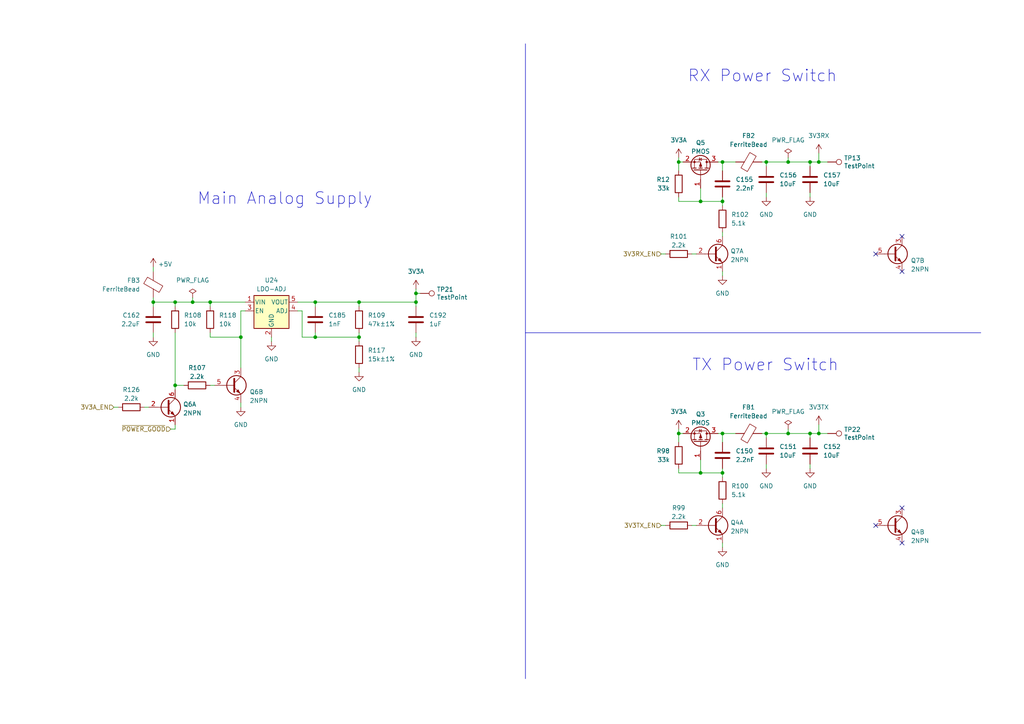
<source format=kicad_sch>
(kicad_sch (version 20230121) (generator eeschema)
  (paper "A4")
  (title_block (title "${TITLE}") (date "${DATE}") (rev "${VERSION}") (company "${COPYRIGHT}") (comment 1 "${LICENSE}"))
  (lib_symbols
    (symbol "Connector:TestPoint" (pin_numbers hide) (pin_names (offset 0.762) hide)
      (property "Reference" "TP" (at 0 6.858 0))
      (property "Value" "TestPoint" (at 0 5.08 0))
      (symbol "TestPoint_0_1"
        (circle (center 0 3.302) (radius 0.762))
      )
      (symbol "TestPoint_1_1"
        (pin passive line (at 0 0 90) (length 2.54) (name "1") (number "1"))
      )
    )
    (symbol "Device:C" (pin_numbers hide) (pin_names (offset 0.254))
      (property "Reference" "C" (at 0.635 2.54 0))
      (property "Value" "C" (at 0.635 -2.54 0))
      (symbol "C_0_1"
        (polyline (pts (xy -2.032 -0.762) (xy 2.032 -0.762)) (stroke (width 0.508)))
        (polyline (pts (xy -2.032 0.762) (xy 2.032 0.762)) (stroke (width 0.508)))
      )
      (symbol "C_1_1"
        (pin passive line (at 0 3.81 270) (length 2.794) (name "~") (number "1"))
        (pin passive line (at 0 -3.81 90) (length 2.794) (name "~") (number "2"))
      )
    )
    (symbol "Device:FerriteBead" (pin_numbers hide) (pin_names (offset 0))
      (property "Reference" "FB" (at -3.81 0.635 90))
      (property "Value" "FerriteBead" (at 3.81 0 90))
      (symbol "FerriteBead_0_1"
        (polyline (pts (xy 0 -1.27) (xy 0 -1.2192)))
        (polyline (pts (xy 0 1.27) (xy 0 1.2954)))
        (polyline (pts (xy -2.7686 0.4064) (xy -1.7018 2.2606) (xy 2.7686 -0.3048) (xy 1.6764 -2.159) (xy -2.7686 0.4064)))
      )
      (symbol "FerriteBead_1_1"
        (pin passive line (at 0 3.81 270) (length 2.54) (name "~") (number "1"))
        (pin passive line (at 0 -3.81 90) (length 2.54) (name "~") (number "2"))
      )
    )
    (symbol "Device:Q_PMOS_GSD" (pin_names (offset 0) hide)
      (property "Reference" "Q" (at 5.08 1.27 0))
      (property "Value" "Q_PMOS_GSD" (at 5.08 -1.27 0))
      (symbol "Q_PMOS_GSD_0_1"
        (polyline (pts (xy 0.254 0) (xy -2.54 0)))
        (polyline (pts (xy 0.254 1.905) (xy 0.254 -1.905)) (stroke (width 0.254)))
        (polyline (pts (xy 0.762 -1.27) (xy 0.762 -2.286)) (stroke (width 0.254)))
        (polyline (pts (xy 0.762 0.508) (xy 0.762 -0.508)) (stroke (width 0.254)))
        (polyline (pts (xy 0.762 2.286) (xy 0.762 1.27)) (stroke (width 0.254)))
        (polyline (pts (xy 2.54 2.54) (xy 2.54 1.778)))
        (polyline (pts (xy 2.54 -2.54) (xy 2.54 0) (xy 0.762 0)))
        (polyline (pts (xy 0.762 1.778) (xy 3.302 1.778) (xy 3.302 -1.778) (xy 0.762 -1.778)))
        (polyline (pts (xy 2.286 0) (xy 1.27 0.381) (xy 1.27 -0.381) (xy 2.286 0)) (fill (type outline)))
        (polyline (pts (xy 2.794 -0.508) (xy 2.921 -0.381) (xy 3.683 -0.381) (xy 3.81 -0.254)))
        (polyline (pts (xy 3.302 -0.381) (xy 2.921 0.254) (xy 3.683 0.254) (xy 3.302 -0.381)))
        (circle (center 1.651 0) (radius 2.794) (stroke (width 0.254)))
        (circle (center 2.54 -1.778) (radius 0.254) (fill (type outline)))
        (circle (center 2.54 1.778) (radius 0.254) (fill (type outline)))
      )
      (symbol "Q_PMOS_GSD_1_1"
        (pin input line (at -5.08 0 0) (length 2.54) (name "G") (number "1"))
        (pin passive line (at 2.54 -5.08 90) (length 2.54) (name "S") (number "2"))
        (pin passive line (at 2.54 5.08 270) (length 2.54) (name "D") (number "3"))
      )
    )
    (symbol "Device:R" (pin_numbers hide) (pin_names (offset 0))
      (property "Reference" "R" (at 2.032 0 90))
      (property "Value" "R" (at 0 0 90))
      (symbol "R_0_1"
        (rectangle (start -1.016 -2.54) (end 1.016 2.54) (stroke (width 0.254)))
      )
      (symbol "R_1_1"
        (pin passive line (at 0 3.81 270) (length 1.27) (name "~") (number "1"))
        (pin passive line (at 0 -3.81 90) (length 1.27) (name "~") (number "2"))
      )
    )
    (symbol "GND_2" (power) (pin_names (offset 0))
      (property "Value" "GND_2" (at 0 -3.81 0))
      (symbol "GND_2_0_1"
        (polyline (pts (xy 0 0) (xy 0 -1.27) (xy 1.27 -1.27) (xy 0 -2.54) (xy -1.27 -1.27) (xy 0 -1.27)))
      )
      (symbol "GND_2_1_1"
        (pin power_in line (at 0 0 270) (length 0) hide (name "GND") (number "1"))
      )
    )
    (symbol "Regulator_Linear:AP2127K-ADJ" (pin_names (offset 0.254))
      (property "Reference" "U" (at -5.08 5.715 0))
      (property "Value" "AP2127K-ADJ" (at 0 5.715 0))
      (symbol "AP2127K-ADJ_0_1"
        (rectangle (start -5.08 4.445) (end 5.08 -5.08) (stroke (width 0.254)) (fill (type background)))
      )
      (symbol "AP2127K-ADJ_1_1"
        (pin power_in line (at -7.62 2.54 0) (length 2.54) (name "VIN") (number "1"))
        (pin power_in line (at 0 -7.62 90) (length 2.54) (name "GND") (number "2"))
        (pin input line (at -7.62 0 0) (length 2.54) (name "EN") (number "3"))
        (pin input line (at 7.62 0 180) (length 2.54) (name "ADJ") (number "4"))
        (pin power_out line (at 7.62 2.54 180) (length 2.54) (name "VOUT") (number "5"))
      )
    )
    (symbol "Transistor_BJT:BC847BS" (pin_names (offset 0) hide)
      (property "Reference" "Q" (at 5.08 1.27 0))
      (property "Value" "BC847BS" (at 5.08 -1.27 0))
      (symbol "BC847BS_0_1"
        (polyline (pts (xy 0.635 0) (xy -2.54 0)))
        (polyline (pts (xy 0.635 0.635) (xy 2.54 2.54)))
        (polyline (pts (xy 0.635 -0.635) (xy 2.54 -2.54) (xy 2.54 -2.54)))
        (polyline (pts (xy 0.635 1.905) (xy 0.635 -1.905) (xy 0.635 -1.905)) (stroke (width 0.508)))
        (polyline (pts (xy 1.27 -1.778) (xy 1.778 -1.27) (xy 2.286 -2.286) (xy 1.27 -1.778) (xy 1.27 -1.778)) (fill (type outline)))
        (circle (center 1.27 0) (radius 2.8194) (stroke (width 0.254)))
      )
      (symbol "BC847BS_1_1"
        (pin passive line (at 2.54 -5.08 90) (length 2.54) (name "E1") (number "1"))
        (pin input line (at -5.08 0 0) (length 2.54) (name "B1") (number "2"))
        (pin passive line (at 2.54 5.08 270) (length 2.54) (name "C1") (number "6"))
      )
      (symbol "BC847BS_2_1"
        (pin passive line (at 2.54 5.08 270) (length 2.54) (name "C2") (number "3"))
        (pin passive line (at 2.54 -5.08 90) (length 2.54) (name "E2") (number "4"))
        (pin input line (at -5.08 0 0) (length 2.54) (name "B2") (number "5"))
      )
    )
    (symbol "power:+5V" (power) (pin_names (offset 0))
      (property "Value" "+5V" (at 0 3.556 0))
      (symbol "+5V_0_1"
        (polyline (pts (xy -0.762 1.27) (xy 0 2.54)))
        (polyline (pts (xy 0 0) (xy 0 2.54)))
        (polyline (pts (xy 0 2.54) (xy 0.762 1.27)))
      )
      (symbol "+5V_1_1"
        (pin power_in line (at 0 0 90) (length 0) hide (name "+5V") (number "1"))
      )
    )
    (symbol "power:GND" (power) (pin_names (offset 0))
      (property "Value" "GND" (at 0 -3.81 0))
      (symbol "GND_0_1"
        (polyline (pts (xy 0 0) (xy 0 -1.27) (xy 1.27 -1.27) (xy 0 -2.54) (xy -1.27 -1.27) (xy 0 -1.27)))
      )
      (symbol "GND_1_1"
        (pin power_in line (at 0 0 270) (length 0) hide (name "GND") (number "1"))
      )
    )
    (symbol "power:PWR_FLAG" (power) (pin_numbers hide) (pin_names (offset 0) hide)
      (property "Value" "PWR_FLAG" (at 0 3.81 0))
      (symbol "PWR_FLAG_0_0"
        (pin power_out line (at 0 0 90) (length 0) (name "pwr") (number "1"))
      )
      (symbol "PWR_FLAG_0_1"
        (polyline (pts (xy 0 0) (xy 0 1.27) (xy -1.016 1.905) (xy 0 2.54) (xy 1.016 1.905) (xy 0 1.27)))
      )
    )
    (symbol "support_hardware:3V3A" (power) (pin_names (offset 0))
      (property "Value" "3V3A" (at 0 3.81 0))
      (symbol "3V3A_0_1"
        (polyline (pts (xy -0.762 1.27) (xy 0 2.54)))
        (polyline (pts (xy 0 0) (xy 0 2.54)))
        (polyline (pts (xy 0 2.54) (xy 0.762 1.27)))
      )
      (symbol "3V3A_1_1"
        (pin power_in line (at 0 0 90) (length 0) hide (name "3V3A") (number "1"))
      )
    )
    (symbol "support_hardware:3V3RX" (power) (pin_names (offset 0))
      (property "Value" "3V3RX" (at 0 3.81 0))
      (symbol "3V3RX_0_1"
        (polyline (pts (xy -0.762 1.27) (xy 0 2.54)))
        (polyline (pts (xy 0 0) (xy 0 2.54)))
        (polyline (pts (xy 0 2.54) (xy 0.762 1.27)))
      )
      (symbol "3V3RX_1_1"
        (pin power_in line (at 0 0 90) (length 0) hide (name "3V3RX") (number "1"))
      )
    )
    (symbol "support_hardware:3V3TX" (power) (pin_names (offset 0))
      (property "Value" "3V3TX" (at 0 3.81 0))
      (symbol "3V3TX_0_1"
        (polyline (pts (xy -0.762 1.27) (xy 0 2.54)))
        (polyline (pts (xy 0 0) (xy 0 2.54)))
        (polyline (pts (xy 0 2.54) (xy 0.762 1.27)))
      )
      (symbol "3V3TX_1_1"
        (pin power_in line (at 0 0 90) (length 0) hide (name "3V3TX") (number "1"))
      )
    )
  )
  (junction (at 222.25 46.99))
  (junction (at 104.14 97.79))
  (junction (at 50.8 87.63))
  (junction (at 91.44 87.63))
  (junction (at 228.6 125.73))
  (junction (at 120.65 87.63))
  (junction (at 209.55 137.16))
  (junction (at 91.44 97.79))
  (junction (at 237.49 125.73))
  (junction (at 50.8 111.76))
  (junction (at 203.2 58.42))
  (junction (at 69.85 97.79))
  (junction (at 234.95 46.99))
  (junction (at 228.6 46.99))
  (junction (at 120.65 85.09))
  (junction (at 222.25 125.73))
  (junction (at 196.85 125.73))
  (junction (at 209.55 58.42))
  (junction (at 196.85 46.99))
  (junction (at 60.96 87.63))
  (junction (at 104.14 87.63))
  (junction (at 55.88 87.63))
  (junction (at 209.55 46.99))
  (junction (at 44.45 87.63))
  (junction (at 237.49 46.99))
  (junction (at 234.95 125.73))
  (junction (at 203.2 137.16))
  (junction (at 209.55 125.73))
  (no_connect (at 261.62 78.74))
  (no_connect (at 261.62 157.48))
  (no_connect (at 254 73.66))
  (no_connect (at 261.62 147.32))
  (no_connect (at 261.62 68.58))
  (no_connect (at 254 152.4))
  (wire (pts (xy 91.44 87.63) (xy 91.44 88.9)))
  (wire (pts (xy 237.49 44.45) (xy 237.49 46.99)))
  (wire (pts (xy 234.95 134.62) (xy 234.95 135.89)))
  (wire (pts (xy 44.45 77.47) (xy 44.45 78.74)))
  (wire (pts (xy 209.55 67.31) (xy 209.55 68.58)))
  (wire (pts (xy 60.96 87.63) (xy 71.12 87.63)))
  (wire (pts (xy 198.12 125.73) (xy 196.85 125.73)))
  (wire (pts (xy 86.36 87.63) (xy 91.44 87.63)))
  (wire (pts (xy 209.55 137.16) (xy 209.55 135.89)))
  (wire (pts (xy 222.25 55.88) (xy 222.25 57.15)))
  (wire (pts (xy 50.8 111.76) (xy 53.34 111.76)))
  (wire (pts (xy 196.85 57.15) (xy 196.85 58.42)))
  (wire (pts (xy 196.85 135.89) (xy 196.85 137.16)))
  (wire (pts (xy 44.45 88.9) (xy 44.45 87.63)))
  (wire (pts (xy 237.49 46.99) (xy 240.03 46.99)))
  (wire (pts (xy 104.14 97.79) (xy 104.14 99.06)))
  (wire (pts (xy 220.98 125.73) (xy 222.25 125.73)))
  (wire (pts (xy 60.96 111.76) (xy 62.23 111.76)))
  (polyline (pts (xy 152.4 12.7) (xy 152.4 196.85)))
  (wire (pts (xy 69.85 116.84) (xy 69.85 118.11)))
  (wire (pts (xy 55.88 87.63) (xy 60.96 87.63)))
  (wire (pts (xy 200.66 73.66) (xy 201.93 73.66)))
  (wire (pts (xy 87.63 90.17) (xy 87.63 97.79)))
  (wire (pts (xy 50.8 96.52) (xy 50.8 111.76)))
  (wire (pts (xy 203.2 58.42) (xy 209.55 58.42)))
  (wire (pts (xy 237.49 125.73) (xy 240.03 125.73)))
  (wire (pts (xy 222.25 46.99) (xy 228.6 46.99)))
  (wire (pts (xy 196.85 124.46) (xy 196.85 125.73)))
  (wire (pts (xy 234.95 46.99) (xy 237.49 46.99)))
  (wire (pts (xy 49.53 124.46) (xy 50.8 124.46)))
  (wire (pts (xy 191.77 152.4) (xy 193.04 152.4)))
  (wire (pts (xy 196.85 125.73) (xy 196.85 128.27)))
  (wire (pts (xy 234.95 46.99) (xy 234.95 48.26)))
  (wire (pts (xy 44.45 96.52) (xy 44.45 97.79)))
  (wire (pts (xy 41.91 118.11) (xy 43.18 118.11)))
  (wire (pts (xy 222.25 46.99) (xy 222.25 48.26)))
  (wire (pts (xy 104.14 87.63) (xy 104.14 88.9)))
  (wire (pts (xy 44.45 86.36) (xy 44.45 87.63)))
  (wire (pts (xy 60.96 96.52) (xy 60.96 97.79)))
  (wire (pts (xy 209.55 58.42) (xy 209.55 59.69)))
  (wire (pts (xy 196.85 137.16) (xy 203.2 137.16)))
  (wire (pts (xy 69.85 90.17) (xy 69.85 97.79)))
  (wire (pts (xy 91.44 97.79) (xy 104.14 97.79)))
  (wire (pts (xy 203.2 133.35) (xy 203.2 137.16)))
  (wire (pts (xy 78.74 97.79) (xy 78.74 99.06)))
  (wire (pts (xy 220.98 46.99) (xy 222.25 46.99)))
  (wire (pts (xy 209.55 58.42) (xy 209.55 57.15)))
  (wire (pts (xy 209.55 49.53) (xy 209.55 46.99)))
  (wire (pts (xy 198.12 46.99) (xy 196.85 46.99)))
  (wire (pts (xy 237.49 123.19) (xy 237.49 125.73)))
  (wire (pts (xy 209.55 128.27) (xy 209.55 125.73)))
  (wire (pts (xy 104.14 106.68) (xy 104.14 107.95)))
  (wire (pts (xy 50.8 87.63) (xy 50.8 88.9)))
  (wire (pts (xy 234.95 125.73) (xy 234.95 127)))
  (wire (pts (xy 91.44 96.52) (xy 91.44 97.79)))
  (wire (pts (xy 200.66 152.4) (xy 201.93 152.4)))
  (wire (pts (xy 209.55 125.73) (xy 213.36 125.73)))
  (wire (pts (xy 55.88 86.36) (xy 55.88 87.63)))
  (wire (pts (xy 228.6 124.46) (xy 228.6 125.73)))
  (wire (pts (xy 209.55 137.16) (xy 209.55 138.43)))
  (wire (pts (xy 196.85 58.42) (xy 203.2 58.42)))
  (wire (pts (xy 120.65 85.09) (xy 120.65 87.63)))
  (wire (pts (xy 104.14 87.63) (xy 120.65 87.63)))
  (wire (pts (xy 209.55 157.48) (xy 209.55 158.75)))
  (wire (pts (xy 209.55 46.99) (xy 213.36 46.99)))
  (wire (pts (xy 50.8 123.19) (xy 50.8 124.46)))
  (wire (pts (xy 203.2 137.16) (xy 209.55 137.16)))
  (wire (pts (xy 60.96 87.63) (xy 60.96 88.9)))
  (wire (pts (xy 121.92 85.09) (xy 120.65 85.09)))
  (wire (pts (xy 120.65 83.82) (xy 120.65 85.09)))
  (wire (pts (xy 203.2 54.61) (xy 203.2 58.42)))
  (wire (pts (xy 50.8 111.76) (xy 50.8 113.03)))
  (wire (pts (xy 60.96 97.79) (xy 69.85 97.79)))
  (wire (pts (xy 228.6 125.73) (xy 234.95 125.73)))
  (polyline (pts (xy 152.4 96.52) (xy 284.48 96.52)))
  (wire (pts (xy 209.55 78.74) (xy 209.55 80.01)))
  (wire (pts (xy 209.55 146.05) (xy 209.55 147.32)))
  (wire (pts (xy 44.45 87.63) (xy 50.8 87.63)))
  (wire (pts (xy 209.55 125.73) (xy 208.28 125.73)))
  (wire (pts (xy 209.55 46.99) (xy 208.28 46.99)))
  (wire (pts (xy 196.85 45.72) (xy 196.85 46.99)))
  (wire (pts (xy 69.85 90.17) (xy 71.12 90.17)))
  (wire (pts (xy 228.6 45.72) (xy 228.6 46.99)))
  (wire (pts (xy 234.95 55.88) (xy 234.95 57.15)))
  (wire (pts (xy 234.95 125.73) (xy 237.49 125.73)))
  (wire (pts (xy 120.65 88.9) (xy 120.65 87.63)))
  (wire (pts (xy 222.25 125.73) (xy 222.25 127)))
  (wire (pts (xy 191.77 73.66) (xy 193.04 73.66)))
  (wire (pts (xy 50.8 87.63) (xy 55.88 87.63)))
  (wire (pts (xy 196.85 46.99) (xy 196.85 49.53)))
  (wire (pts (xy 69.85 97.79) (xy 69.85 106.68)))
  (wire (pts (xy 120.65 96.52) (xy 120.65 97.79)))
  (wire (pts (xy 87.63 97.79) (xy 91.44 97.79)))
  (wire (pts (xy 222.25 125.73) (xy 228.6 125.73)))
  (wire (pts (xy 104.14 97.79) (xy 104.14 96.52)))
  (wire (pts (xy 228.6 46.99) (xy 234.95 46.99)))
  (wire (pts (xy 222.25 134.62) (xy 222.25 135.89)))
  (wire (pts (xy 86.36 90.17) (xy 87.63 90.17)))
  (wire (pts (xy 91.44 87.63) (xy 104.14 87.63)))
  (wire (pts (xy 33.02 118.11) (xy 34.29 118.11)))
  (text "RX Power Switch" (at 199.39 24.13 0) (effects (font (size 3.4036 3.4036)) (justify left bottom)))
  (text "Main Analog Supply" (at 57.15 59.69 0) (effects (font (size 3.4036 3.4036)) (justify left bottom)))
  (text "TX Power Switch" (at 200.66 107.95 0) (effects (font (size 3.4036 3.4036)) (justify left bottom)))
  (hierarchical_label "3V3TX_EN" (shape input) (at 191.77 152.4 180))
  (hierarchical_label "3V3RX_EN" (shape input) (at 191.77 73.66 180))
  (hierarchical_label "3V3A_EN" (shape input) (at 33.02 118.11 180))
  (hierarchical_label "~{POWER_GOOD}" (shape input) (at 49.53 124.46 180))
  (symbol (lib_id "Device:C") (at 209.55 132.08 180) (unit 1)
    (property "Reference" "C150" (at 213.36 130.81 0) (effects (justify right)))
    (property "Value" "2.2nF" (at 213.36 133.35 0) (effects (justify right)))
    (property "Footprint" "Capacitor_SMD:C_0201_0603Metric" (effects hide))
    (property "Description" "CAP CER 2200PF 10V X7R 0201" (effects hide))
    (property "Manufacturer" "Murata" (effects hide))
    (property "Part Number" "GRM033R71A222KA01D" (effects hide))
    (property "Substitution" "GRM033R71A222KA01*" (effects hide))
  )
  (symbol (lib_id "Device:R") (at 209.55 142.24 0) (mirror y) (unit 1)
    (property "Reference" "R100" (at 212.09 140.97 0) (effects (justify right)))
    (property "Value" "5.1k" (at 212.09 143.51 0) (effects (justify right)))
    (property "Footprint" "Resistor_SMD:R_0402_1005Metric" (effects hide))
    (property "Part Number" "RC0402JR-075K1L" (effects hide))
    (property "Substitution" "any equivalent" (effects hide))
    (property "Description" "RES 5.1K OHM 5% 1/16W 0402" (effects hide))
    (property "Manufacturer" "Yageo" (effects hide))
  )
  (symbol (lib_id "power:GND") (at 78.74 99.06 0) (unit 1)
    (property "Reference" "#PWR0293" (effects hide))
    (property "Value" "GND" (at 78.74 104.14 0))
  )
  (symbol (lib_id "Device:R") (at 196.85 132.08 0) (unit 1)
    (property "Reference" "R98" (at 194.31 130.81 0) (effects (justify right)))
    (property "Value" "33k" (at 194.31 133.35 0) (effects (justify right)))
    (property "Footprint" "Resistor_SMD:R_0402_1005Metric" (effects hide))
    (property "Description" "RES SMD 33K OHM 5% 1/10W 0402" (effects hide))
    (property "Manufacturer" "Panasonic" (effects hide))
    (property "Part Number" "ERJ-2GEJ333X" (effects hide))
    (property "Substitution" "any equivalent" (effects hide))
  )
  (symbol (lib_id "support_hardware:3V3A") (at 120.65 83.82 0) (unit 1)
    (property "Reference" "#PWR0302" (effects hide))
    (property "Value" "3V3A" (at 120.65 78.74 0))
  )
  (symbol (lib_id "Device:R") (at 104.14 102.87 0) (unit 1)
    (property "Reference" "R117" (at 106.68 101.6 0) (effects (justify left)))
    (property "Value" "15k±1%" (at 106.68 104.14 0) (effects (justify left)))
    (property "Footprint" "Resistor_SMD:R_0402_1005Metric" (effects hide))
    (property "Part Number" "RC0402FR-0715KL" (effects hide))
    (property "Substitution" "any equivalent" (effects hide))
    (property "Description" "RES 15K OHM 1% 1/16W 0402" (effects hide))
    (property "Manufacturer" "Yageo" (effects hide))
  )
  (symbol (lib_id "Device:R") (at 196.85 53.34 0) (unit 1)
    (property "Reference" "R12" (at 194.31 52.07 0) (effects (justify right)))
    (property "Value" "33k" (at 194.31 54.61 0) (effects (justify right)))
    (property "Footprint" "Resistor_SMD:R_0402_1005Metric" (effects hide))
    (property "Description" "RES SMD 33K OHM 5% 1/10W 0402" (effects hide))
    (property "Manufacturer" "Panasonic" (effects hide))
    (property "Part Number" "ERJ-2GEJ333X" (effects hide))
    (property "Substitution" "any equivalent" (effects hide))
  )
  (symbol (lib_id "Device:Q_PMOS_GSD") (at 203.2 128.27 270) (mirror x) (unit 1)
    (property "Reference" "Q3" (at 203.2 120.1252 90))
    (property "Value" "PMOS" (at 203.2 122.6621 90))
    (property "Footprint" "Package_TO_SOT_SMD:SOT-23-3" (effects hide))
    (property "Datasheet" "https://www.21yangjie.com/pdf/mosfet/YJL3401A.pdf" (effects hide))
    (property "Manufacturer" "Yangzhou Yangjie" (effects hide))
    (property "Part Number" "YJL3401A" (effects hide))
    (property "Description" "P-CH MOSFET 30V 4.4A SOT-23-3L" (effects hide))
    (property "Substitution" "Alpha & Omega AO3401A" (effects hide))
  )
  (symbol (lib_id "Regulator_Linear:AP2127K-ADJ") (at 78.74 90.17 0) (unit 1)
    (property "Reference" "U24" (at 78.74 81.28 0))
    (property "Value" "LDO-ADJ" (at 78.74 83.82 0))
    (property "Footprint" "Package_TO_SOT_SMD:SOT-23-5" (effects hide))
    (property "Datasheet" "https://www.diodes.com/assets/Datasheets/AP2127.pdf" (effects hide))
    (property "Description" "IC REG LIN POS ADJ 300MA SOT23-5" (effects hide))
    (property "Manufacturer" "Diodes Inc." (effects hide))
    (property "Part Number" "AP2127K-ADJTRG1" (effects hide))
  )
  (symbol (lib_name "GND_2") (lib_id "power:GND") (at 209.55 158.75 0) (unit 1)
    (property "Reference" "#PWR0319" (effects hide))
    (property "Value" "GND" (at 209.55 163.83 0))
  )
  (symbol (lib_name "GND_2") (lib_id "power:GND") (at 234.95 57.15 0) (unit 1)
    (property "Reference" "#PWR0250" (effects hide))
    (property "Value" "GND" (at 234.95 62.23 0))
  )
  (symbol (lib_id "Device:R") (at 196.85 73.66 270) (unit 1)
    (property "Reference" "R101" (at 196.85 68.58 90))
    (property "Value" "2.2k" (at 196.85 71.12 90))
    (property "Footprint" "Resistor_SMD:R_0402_1005Metric" (effects hide))
    (property "Part Number" "RC0402JR-072K2L" (effects hide))
    (property "Substitution" "any equivalent" (effects hide))
    (property "Description" "RES 2.2K OHM 5% 1/16W 0402" (effects hide))
    (property "Manufacturer" "Yageo" (effects hide))
  )
  (symbol (lib_id "Device:C") (at 209.55 53.34 180) (unit 1)
    (property "Reference" "C155" (at 213.36 52.07 0) (effects (justify right)))
    (property "Value" "2.2nF" (at 213.36 54.61 0) (effects (justify right)))
    (property "Footprint" "Capacitor_SMD:C_0201_0603Metric" (effects hide))
    (property "Description" "CAP CER 2200PF 10V X7R 0201" (effects hide))
    (property "Manufacturer" "Murata" (effects hide))
    (property "Part Number" "GRM033R71A222KA01D" (effects hide))
    (property "Substitution" "GRM033R71A222KA01*" (effects hide))
  )
  (symbol (lib_id "power:PWR_FLAG") (at 228.6 124.46 0) (unit 1)
    (property "Reference" "#FLG04" (effects hide))
    (property "Value" "PWR_FLAG" (at 228.6 119.38 0))
  )
  (symbol (lib_id "Connector:TestPoint") (at 121.92 85.09 270) (unit 1) (in_bom no)
    (property "Reference" "TP21" (at 126.6698 83.947 90) (effects (justify left)))
    (property "Value" "TestPoint" (at 126.6698 86.233 90) (effects (justify left)))
    (property "Footprint" "TestPoint:TestPoint_Pad_D1.0mm" (effects hide))
  )
  (symbol (lib_id "Device:C") (at 222.25 130.81 0) (unit 1)
    (property "Reference" "C151" (at 226.06 129.54 0) (effects (justify left)))
    (property "Value" "10uF" (at 226.06 132.08 0) (effects (justify left)))
    (property "Footprint" "Capacitor_SMD:C_0603_1608Metric" (effects hide))
    (property "Description" "CAP CER 10UF 10V X5R 0603" (effects hide))
    (property "Manufacturer" "Samsung" (effects hide))
    (property "Part Number" "CL10A106KP8NNNC" (effects hide))
    (property "Substitution" "any equivalent" (effects hide))
  )
  (symbol (lib_id "power:+5V") (at 44.45 77.47 0) (unit 1)
    (property "Reference" "#PWR080" (effects hide))
    (property "Value" "+5V" (at 45.847 76.6338 0) (effects (justify left)))
  )
  (symbol (lib_id "Device:R") (at 209.55 63.5 0) (mirror y) (unit 1)
    (property "Reference" "R102" (at 212.09 62.23 0) (effects (justify right)))
    (property "Value" "5.1k" (at 212.09 64.77 0) (effects (justify right)))
    (property "Footprint" "Resistor_SMD:R_0402_1005Metric" (effects hide))
    (property "Part Number" "RC0402JR-075K1L" (effects hide))
    (property "Substitution" "any equivalent" (effects hide))
    (property "Description" "RES 5.1K OHM 5% 1/16W 0402" (effects hide))
    (property "Manufacturer" "Yageo" (effects hide))
  )
  (symbol (lib_id "Connector:TestPoint") (at 240.03 46.99 270) (unit 1) (in_bom no)
    (property "Reference" "TP13" (at 244.7798 45.847 90) (effects (justify left)))
    (property "Value" "TestPoint" (at 244.7798 48.133 90) (effects (justify left)))
    (property "Footprint" "TestPoint:TestPoint_Pad_D1.0mm" (effects hide))
  )
  (symbol (lib_id "power:PWR_FLAG") (at 55.88 86.36 0) (unit 1)
    (property "Reference" "#FLG06" (effects hide))
    (property "Value" "PWR_FLAG" (at 55.88 81.28 0))
  )
  (symbol (lib_name "GND_2") (lib_id "power:GND") (at 222.25 135.89 0) (unit 1)
    (property "Reference" "#PWR0277" (effects hide))
    (property "Value" "GND" (at 222.25 140.97 0))
  )
  (symbol (lib_id "Transistor_BJT:BC847BS") (at 48.26 118.11 0) (unit 1)
    (property "Reference" "Q6" (at 53.1114 117.2753 0) (effects (justify left)))
    (property "Value" "2NPN" (at 53.1114 119.8122 0) (effects (justify left)))
    (property "Footprint" "Package_TO_SOT_SMD:SOT-363_SC-70-6" (effects hide))
    (property "Datasheet" "https://www.21yangjie.com/pdf/xxh/xxhsjg/BC847BS.pdf" (effects hide))
    (property "Manufacturer" "Yangzhou Yangjie" (effects hide))
    (property "Part Number" "BC847BS" (effects hide))
    (property "Description" "SOT-363 NPN+NPN 0.3W 0.1A 50V" (effects hide))
  )
  (symbol (lib_id "Device:C") (at 234.95 52.07 0) (unit 1)
    (property "Reference" "C157" (at 238.76 50.8 0) (effects (justify left)))
    (property "Value" "10uF" (at 238.76 53.34 0) (effects (justify left)))
    (property "Footprint" "Capacitor_SMD:C_0603_1608Metric" (effects hide))
    (property "Description" "CAP CER 10UF 10V X5R 0603" (effects hide))
    (property "Manufacturer" "Samsung" (effects hide))
    (property "Part Number" "CL10A106KP8NNNC" (effects hide))
    (property "Substitution" "any equivalent" (effects hide))
  )
  (symbol (lib_id "Device:Q_PMOS_GSD") (at 203.2 49.53 270) (mirror x) (unit 1)
    (property "Reference" "Q5" (at 203.2 41.3852 90))
    (property "Value" "PMOS" (at 203.2 43.9221 90))
    (property "Footprint" "Package_TO_SOT_SMD:SOT-23-3" (effects hide))
    (property "Datasheet" "https://www.21yangjie.com/pdf/mosfet/YJL3401A.pdf" (effects hide))
    (property "Manufacturer" "Yangzhou Yangjie" (effects hide))
    (property "Part Number" "YJL3401A" (effects hide))
    (property "Description" "P-CH MOSFET 30V 4.4A SOT-23-3L" (effects hide))
    (property "Substitution" "Alpha & Omega AO3401A" (effects hide))
  )
  (symbol (lib_id "Device:R") (at 38.1 118.11 270) (unit 1)
    (property "Reference" "R126" (at 38.1 113.03 90))
    (property "Value" "2.2k" (at 38.1 115.57 90))
    (property "Footprint" "Resistor_SMD:R_0402_1005Metric" (effects hide))
    (property "Part Number" "RC0402JR-072K2L" (effects hide))
    (property "Substitution" "any equivalent" (effects hide))
    (property "Description" "RES 2.2K OHM 5% 1/16W 0402" (effects hide))
    (property "Manufacturer" "Yageo" (effects hide))
  )
  (symbol (lib_id "Device:C") (at 234.95 130.81 0) (unit 1)
    (property "Reference" "C152" (at 238.76 129.54 0) (effects (justify left)))
    (property "Value" "10uF" (at 238.76 132.08 0) (effects (justify left)))
    (property "Footprint" "Capacitor_SMD:C_0603_1608Metric" (effects hide))
    (property "Description" "CAP CER 10UF 10V X5R 0603" (effects hide))
    (property "Manufacturer" "Samsung" (effects hide))
    (property "Part Number" "CL10A106KP8NNNC" (effects hide))
    (property "Substitution" "any equivalent" (effects hide))
  )
  (symbol (lib_id "Transistor_BJT:BC847BS") (at 207.01 73.66 0) (unit 1)
    (property "Reference" "Q7" (at 211.8614 72.8253 0) (effects (justify left)))
    (property "Value" "2NPN" (at 211.8614 75.3622 0) (effects (justify left)))
    (property "Footprint" "Package_TO_SOT_SMD:SOT-363_SC-70-6" (effects hide))
    (property "Datasheet" "https://www.21yangjie.com/pdf/xxh/xxhsjg/BC847BS.pdf" (effects hide))
    (property "Manufacturer" "Yangzhou Yangjie" (effects hide))
    (property "Part Number" "BC847BS" (effects hide))
    (property "Description" "SOT-363 NPN+NPN 0.3W 0.1A 50V" (effects hide))
  )
  (symbol (lib_id "Transistor_BJT:BC847BS") (at 67.31 111.76 0) (unit 2)
    (property "Reference" "Q6" (at 72.39 113.6681 0) (effects (justify left)))
    (property "Value" "2NPN" (at 72.39 116.205 0) (effects (justify left)))
    (property "Footprint" "Package_TO_SOT_SMD:SOT-363_SC-70-6" (effects hide))
    (property "Datasheet" "https://www.21yangjie.com/pdf/xxh/xxhsjg/BC847BS.pdf" (effects hide))
    (property "Manufacturer" "Yangzhou Yangjie" (effects hide))
    (property "Part Number" "BC847BS" (effects hide))
    (property "Description" "SOT-363 NPN+NPN 0.3W 0.1A 50V" (effects hide))
  )
  (symbol (lib_id "Device:C") (at 222.25 52.07 0) (unit 1)
    (property "Reference" "C156" (at 226.06 50.8 0) (effects (justify left)))
    (property "Value" "10uF" (at 226.06 53.34 0) (effects (justify left)))
    (property "Footprint" "Capacitor_SMD:C_0603_1608Metric" (effects hide))
    (property "Description" "CAP CER 10UF 10V X5R 0603" (effects hide))
    (property "Manufacturer" "Samsung" (effects hide))
    (property "Part Number" "CL10A106KP8NNNC" (effects hide))
    (property "Substitution" "any equivalent" (effects hide))
  )
  (symbol (lib_id "power:PWR_FLAG") (at 228.6 45.72 0) (unit 1)
    (property "Reference" "#FLG02" (effects hide))
    (property "Value" "PWR_FLAG" (at 228.6 40.64 0))
  )
  (symbol (lib_id "support_hardware:3V3A") (at 196.85 124.46 0) (unit 1)
    (property "Reference" "#PWR0231" (effects hide))
    (property "Value" "3V3A" (at 196.85 119.38 0))
  )
  (symbol (lib_id "Device:R") (at 57.15 111.76 270) (unit 1)
    (property "Reference" "R107" (at 57.15 106.68 90))
    (property "Value" "2.2k" (at 57.15 109.22 90))
    (property "Footprint" "Resistor_SMD:R_0402_1005Metric" (effects hide))
    (property "Part Number" "RC0402JR-072K2L" (effects hide))
    (property "Substitution" "any equivalent" (effects hide))
    (property "Description" "RES 2.2K OHM 5% 1/16W 0402" (effects hide))
    (property "Manufacturer" "Yageo" (effects hide))
  )
  (symbol (lib_id "Device:R") (at 50.8 92.71 0) (unit 1)
    (property "Reference" "R108" (at 53.34 91.44 0) (effects (justify left)))
    (property "Value" "10k" (at 53.34 93.98 0) (effects (justify left)))
    (property "Footprint" "Resistor_SMD:R_0402_1005Metric" (effects hide))
    (property "Part Number" "RC0402JR-0710KL" (effects hide))
    (property "Substitution" "any equivalent" (effects hide))
    (property "Description" "RES 10K OHM 5% 1/16W 0402" (effects hide))
    (property "Manufacturer" "Yageo" (effects hide))
  )
  (symbol (lib_id "Device:C") (at 120.65 92.71 0) (unit 1)
    (property "Reference" "C192" (at 124.46 91.44 0) (effects (justify left)))
    (property "Value" "1uF" (at 124.46 93.98 0) (effects (justify left)))
    (property "Footprint" "Capacitor_SMD:C_0402_1005Metric" (effects hide))
    (property "Part Number" "CL05A105KP5NNNC" (effects hide))
    (property "Substitution" "any equivalent" (effects hide))
    (property "Description" "CAP CER 1UF 10V X5R 0402" (effects hide))
    (property "Manufacturer" "Samsung" (effects hide))
  )
  (symbol (lib_id "Device:FerriteBead") (at 217.17 46.99 90) (unit 1)
    (property "Reference" "FB2" (at 217.1192 39.37 90))
    (property "Value" "FerriteBead" (at 217.1192 41.91 90))
    (property "Footprint" "Inductor_SMD:L_0603_1608Metric" (effects hide))
    (property "Datasheet" "https://datasheet.lcsc.com/lcsc/2009171410_TAI-TECH-HCB1608KF-102T10_C304312.pdf" (effects hide))
    (property "Description" "1kΩ@100MHz 200mΩ ±25% 0603 Ferrite Bead" (effects hide))
    (property "Manufacturer" "TAI-TECH" (effects hide))
    (property "Part Number" "HCB1608KF-102T10" (effects hide))
    (property "Substitution" "Murata BLM18KG102SN1*" (effects hide))
  )
  (symbol (lib_id "Transistor_BJT:BC847BS") (at 259.08 73.66 0) (unit 2)
    (property "Reference" "Q7" (at 264.16 75.5681 0) (effects (justify left)))
    (property "Value" "2NPN" (at 264.16 78.105 0) (effects (justify left)))
    (property "Footprint" "Package_TO_SOT_SMD:SOT-363_SC-70-6" (effects hide))
    (property "Datasheet" "https://www.21yangjie.com/pdf/xxh/xxhsjg/BC847BS.pdf" (effects hide))
    (property "Manufacturer" "Yangzhou Yangjie" (effects hide))
    (property "Part Number" "BC847BS" (effects hide))
    (property "Description" "SOT-363 NPN+NPN 0.3W 0.1A 50V" (effects hide))
  )
  (symbol (lib_id "Device:C") (at 91.44 92.71 0) (unit 1)
    (property "Reference" "C185" (at 95.25 91.44 0) (effects (justify left)))
    (property "Value" "1nF" (at 95.25 93.98 0) (effects (justify left)))
    (property "Footprint" "Capacitor_SMD:C_0201_0603Metric" (effects hide))
    (property "Part Number" "GRM033R71E102KA01D" (effects hide))
    (property "Substitution" "GRM033R71E102KA01*" (effects hide))
    (property "Description" "CAP CER 1000PF 25V X7R 0201" (effects hide))
    (property "Manufacturer" "Murata" (effects hide))
  )
  (symbol (lib_id "Device:R") (at 196.85 152.4 270) (unit 1)
    (property "Reference" "R99" (at 196.85 147.32 90))
    (property "Value" "2.2k" (at 196.85 149.86 90))
    (property "Footprint" "Resistor_SMD:R_0402_1005Metric" (effects hide))
    (property "Part Number" "RC0402JR-072K2L" (effects hide))
    (property "Substitution" "any equivalent" (effects hide))
    (property "Description" "RES 2.2K OHM 5% 1/16W 0402" (effects hide))
    (property "Manufacturer" "Yageo" (effects hide))
  )
  (symbol (lib_id "Connector:TestPoint") (at 240.03 125.73 270) (unit 1) (in_bom no)
    (property "Reference" "TP22" (at 244.7798 124.587 90) (effects (justify left)))
    (property "Value" "TestPoint" (at 244.7798 126.873 90) (effects (justify left)))
    (property "Footprint" "TestPoint:TestPoint_Pad_D1.0mm" (effects hide))
  )
  (symbol (lib_id "Device:C") (at 44.45 92.71 0) (unit 1)
    (property "Reference" "C162" (at 40.64 91.44 0) (effects (justify right)))
    (property "Value" "2.2uF" (at 40.64 93.98 0) (effects (justify right)))
    (property "Footprint" "Capacitor_SMD:C_0402_1005Metric" (effects hide))
    (property "Description" "CAP CER 2.2UF 10V X5R 0402" (effects hide))
    (property "Manufacturer" "Murata" (effects hide))
    (property "Part Number" "GRM155R61A225KE95D" (effects hide))
    (property "Substitution" "GRM155R61A225*" (effects hide))
  )
  (symbol (lib_name "GND_2") (lib_id "power:GND") (at 222.25 57.15 0) (unit 1)
    (property "Reference" "#PWR0236" (effects hide))
    (property "Value" "GND" (at 222.25 62.23 0))
  )
  (symbol (lib_id "Device:FerriteBead") (at 217.17 125.73 90) (unit 1)
    (property "Reference" "FB1" (at 217.1192 118.11 90))
    (property "Value" "FerriteBead" (at 217.1192 120.65 90))
    (property "Footprint" "Inductor_SMD:L_0603_1608Metric" (effects hide))
    (property "Datasheet" "https://datasheet.lcsc.com/lcsc/2009171410_TAI-TECH-HCB1608KF-102T10_C304312.pdf" (effects hide))
    (property "Description" "1kΩ@100MHz 200mΩ ±25% 0603 Ferrite Bead" (effects hide))
    (property "Manufacturer" "TAI-TECH" (effects hide))
    (property "Part Number" "HCB1608KF-102T10" (effects hide))
    (property "Substitution" "Murata BLM18KG102SN1*" (effects hide))
  )
  (symbol (lib_id "Device:R") (at 60.96 92.71 0) (unit 1)
    (property "Reference" "R118" (at 63.5 91.44 0) (effects (justify left)))
    (property "Value" "10k" (at 63.5 93.98 0) (effects (justify left)))
    (property "Footprint" "Resistor_SMD:R_0402_1005Metric" (effects hide))
    (property "Part Number" "RC0402JR-0710KL" (effects hide))
    (property "Substitution" "any equivalent" (effects hide))
    (property "Description" "RES 10K OHM 5% 1/16W 0402" (effects hide))
    (property "Manufacturer" "Yageo" (effects hide))
  )
  (symbol (lib_id "support_hardware:3V3A") (at 196.85 45.72 0) (unit 1)
    (property "Reference" "#PWR0296" (effects hide))
    (property "Value" "3V3A" (at 196.85 40.64 0))
  )
  (symbol (lib_id "Transistor_BJT:BC847BS") (at 259.08 152.4 0) (unit 2)
    (property "Reference" "Q4" (at 264.16 154.3081 0) (effects (justify left)))
    (property "Value" "2NPN" (at 264.16 156.845 0) (effects (justify left)))
    (property "Footprint" "Package_TO_SOT_SMD:SOT-363_SC-70-6" (effects hide))
    (property "Datasheet" "https://www.21yangjie.com/pdf/xxh/xxhsjg/BC847BS.pdf" (effects hide))
    (property "Manufacturer" "Yangzhou Yangjie" (effects hide))
    (property "Part Number" "BC847BS" (effects hide))
    (property "Description" "SOT-363 NPN+NPN 0.3W 0.1A 50V" (effects hide))
  )
  (symbol (lib_id "power:GND") (at 120.65 97.79 0) (unit 1)
    (property "Reference" "#PWR0295" (effects hide))
    (property "Value" "GND" (at 120.65 102.87 0))
  )
  (symbol (lib_name "GND_2") (lib_id "power:GND") (at 209.55 80.01 0) (unit 1)
    (property "Reference" "#PWR0283" (effects hide))
    (property "Value" "GND" (at 209.55 85.09 0))
  )
  (symbol (lib_id "Device:R") (at 104.14 92.71 0) (unit 1)
    (property "Reference" "R109" (at 106.68 91.44 0) (effects (justify left)))
    (property "Value" "47k±1%" (at 106.68 93.98 0) (effects (justify left)))
    (property "Footprint" "Resistor_SMD:R_0402_1005Metric" (effects hide))
    (property "Description" "RES 47K OHM 1% 1/16W 0402" (effects hide))
    (property "Manufacturer" "Yageo" (effects hide))
    (property "Part Number" "RC0402FR-0747KL" (effects hide))
    (property "Substitution" "any equivalent" (effects hide))
  )
  (symbol (lib_id "power:GND") (at 44.45 97.79 0) (unit 1)
    (property "Reference" "#PWR084" (effects hide))
    (property "Value" "GND" (at 44.45 102.87 0))
  )
  (symbol (lib_id "support_hardware:3V3RX") (at 237.49 44.45 0) (unit 1)
    (property "Reference" "#PWR0257" (effects hide))
    (property "Value" "3V3RX" (at 237.49 39.37 0))
  )
  (symbol (lib_name "GND_2") (lib_id "power:GND") (at 234.95 135.89 0) (unit 1)
    (property "Reference" "#PWR0278" (effects hide))
    (property "Value" "GND" (at 234.95 140.97 0))
  )
  (symbol (lib_id "support_hardware:3V3TX") (at 237.49 123.19 0) (unit 1)
    (property "Reference" "#PWR0279" (effects hide))
    (property "Value" "3V3TX" (at 237.49 118.11 0))
  )
  (symbol (lib_id "Transistor_BJT:BC847BS") (at 207.01 152.4 0) (unit 1)
    (property "Reference" "Q4" (at 211.8614 151.5653 0) (effects (justify left)))
    (property "Value" "2NPN" (at 211.8614 154.1022 0) (effects (justify left)))
    (property "Footprint" "Package_TO_SOT_SMD:SOT-363_SC-70-6" (effects hide))
    (property "Datasheet" "https://www.21yangjie.com/pdf/xxh/xxhsjg/BC847BS.pdf" (effects hide))
    (property "Manufacturer" "Yangzhou Yangjie" (effects hide))
    (property "Part Number" "BC847BS" (effects hide))
    (property "Description" "SOT-363 NPN+NPN 0.3W 0.1A 50V" (effects hide))
  )
  (symbol (lib_id "power:GND") (at 104.14 107.95 0) (unit 1)
    (property "Reference" "#PWR0294" (effects hide))
    (property "Value" "GND" (at 104.14 113.03 0))
  )
  (symbol (lib_id "power:GND") (at 69.85 118.11 0) (unit 1)
    (property "Reference" "#PWR0300" (effects hide))
    (property "Value" "GND" (at 69.85 123.19 0))
  )
  (symbol (lib_id "Device:FerriteBead") (at 44.45 82.55 180) (unit 1)
    (property "Reference" "FB3" (at 40.64 81.3308 0) (effects (justify left)))
    (property "Value" "FerriteBead" (at 40.64 83.8708 0) (effects (justify left)))
    (property "Footprint" "Inductor_SMD:L_0603_1608Metric" (effects hide))
    (property "Datasheet" "https://datasheet.lcsc.com/lcsc/2009171410_TAI-TECH-HCB1608KF-102T10_C304312.pdf" (effects hide))
    (property "Description" "1kΩ@100MHz 200mΩ ±25% 0603 Ferrite Bead" (effects hide))
    (property "Manufacturer" "TAI-TECH" (effects hide))
    (property "Part Number" "HCB1608KF-102T10" (effects hide))
    (property "Substitution" "Murata BLM18KG102SN1*" (effects hide))
  )
)
</source>
